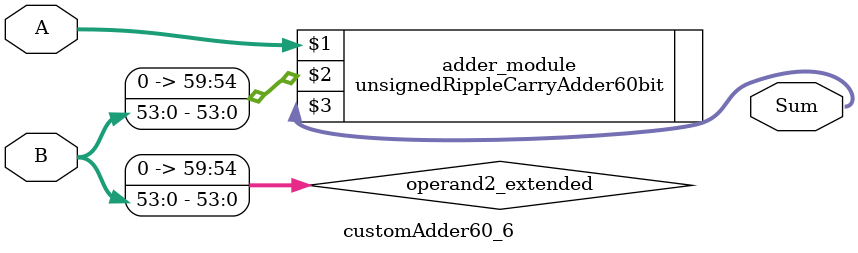
<source format=v>
module customAdder60_6(
                        input [59 : 0] A,
                        input [53 : 0] B,
                        
                        output [60 : 0] Sum
                );

        wire [59 : 0] operand2_extended;
        
        assign operand2_extended =  {6'b0, B};
        
        unsignedRippleCarryAdder60bit adder_module(
            A,
            operand2_extended,
            Sum
        );
        
        endmodule
        
</source>
